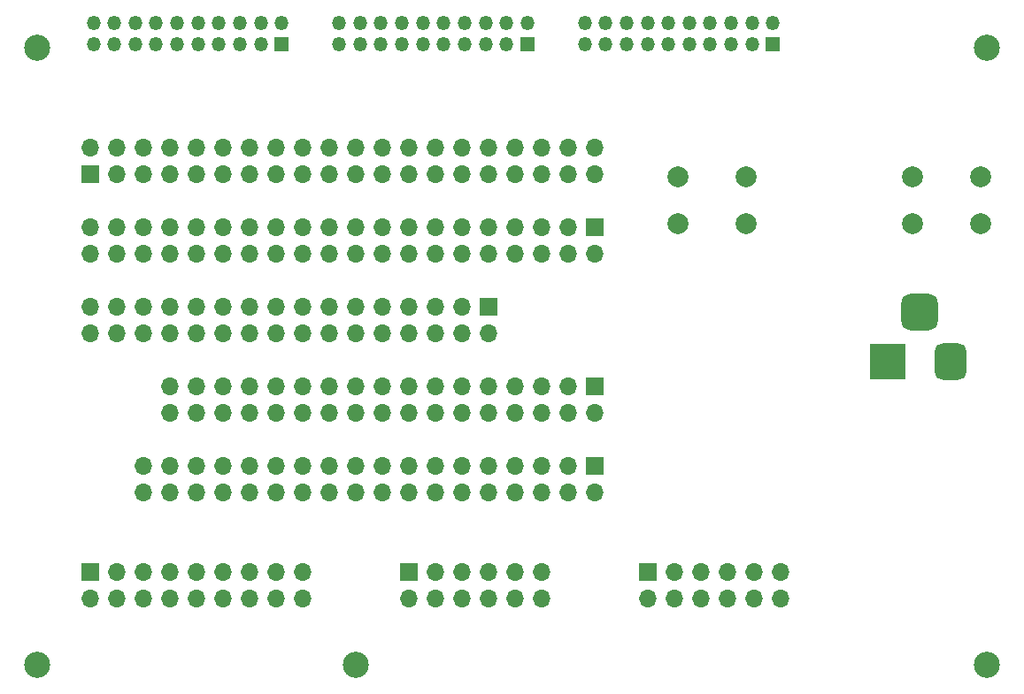
<source format=gbs>
G04 #@! TF.GenerationSoftware,KiCad,Pcbnew,6.0.9-8da3e8f707~116~ubuntu20.04.1*
G04 #@! TF.CreationDate,2022-12-16T15:25:19+01:00*
G04 #@! TF.ProjectId,ebaz_adaptor,6562617a-5f61-4646-9170-746f722e6b69,rev?*
G04 #@! TF.SameCoordinates,Original*
G04 #@! TF.FileFunction,Soldermask,Bot*
G04 #@! TF.FilePolarity,Negative*
%FSLAX46Y46*%
G04 Gerber Fmt 4.6, Leading zero omitted, Abs format (unit mm)*
G04 Created by KiCad (PCBNEW 6.0.9-8da3e8f707~116~ubuntu20.04.1) date 2022-12-16 15:25:19*
%MOMM*%
%LPD*%
G01*
G04 APERTURE LIST*
G04 Aperture macros list*
%AMRoundRect*
0 Rectangle with rounded corners*
0 $1 Rounding radius*
0 $2 $3 $4 $5 $6 $7 $8 $9 X,Y pos of 4 corners*
0 Add a 4 corners polygon primitive as box body*
4,1,4,$2,$3,$4,$5,$6,$7,$8,$9,$2,$3,0*
0 Add four circle primitives for the rounded corners*
1,1,$1+$1,$2,$3*
1,1,$1+$1,$4,$5*
1,1,$1+$1,$6,$7*
1,1,$1+$1,$8,$9*
0 Add four rect primitives between the rounded corners*
20,1,$1+$1,$2,$3,$4,$5,0*
20,1,$1+$1,$4,$5,$6,$7,0*
20,1,$1+$1,$6,$7,$8,$9,0*
20,1,$1+$1,$8,$9,$2,$3,0*%
G04 Aperture macros list end*
%ADD10R,1.700000X1.700000*%
%ADD11O,1.700000X1.700000*%
%ADD12R,3.500000X3.500000*%
%ADD13RoundRect,0.750000X0.750000X1.000000X-0.750000X1.000000X-0.750000X-1.000000X0.750000X-1.000000X0*%
%ADD14RoundRect,0.875000X0.875000X0.875000X-0.875000X0.875000X-0.875000X-0.875000X0.875000X-0.875000X0*%
%ADD15R,1.350000X1.350000*%
%ADD16O,1.350000X1.350000*%
%ADD17C,2.000000*%
%ADD18C,2.500000*%
G04 APERTURE END LIST*
D10*
X93980000Y-63500000D03*
D11*
X93980000Y-66040000D03*
X91440000Y-63500000D03*
X91440000Y-66040000D03*
X88900000Y-63500000D03*
X88900000Y-66040000D03*
X86360000Y-63500000D03*
X86360000Y-66040000D03*
X83820000Y-63500000D03*
X83820000Y-66040000D03*
X81280000Y-63500000D03*
X81280000Y-66040000D03*
X78740000Y-63500000D03*
X78740000Y-66040000D03*
X76200000Y-63500000D03*
X76200000Y-66040000D03*
X73660000Y-63500000D03*
X73660000Y-66040000D03*
X71120000Y-63500000D03*
X71120000Y-66040000D03*
X68580000Y-63500000D03*
X68580000Y-66040000D03*
X66040000Y-63500000D03*
X66040000Y-66040000D03*
X63500000Y-63500000D03*
X63500000Y-66040000D03*
X60960000Y-63500000D03*
X60960000Y-66040000D03*
X58420000Y-63500000D03*
X58420000Y-66040000D03*
X55880000Y-63500000D03*
X55880000Y-66040000D03*
X53340000Y-63500000D03*
X53340000Y-66040000D03*
X50800000Y-63500000D03*
X50800000Y-66040000D03*
X48260000Y-63500000D03*
X48260000Y-66040000D03*
X45720000Y-63500000D03*
X45720000Y-66040000D03*
D12*
X122016000Y-76395500D03*
D13*
X128016000Y-76395500D03*
D14*
X125016000Y-71695500D03*
D15*
X64000000Y-46000000D03*
D16*
X64000000Y-44000000D03*
X62000000Y-46000000D03*
X62000000Y-44000000D03*
X60000000Y-46000000D03*
X60000000Y-44000000D03*
X58000000Y-46000000D03*
X58000000Y-44000000D03*
X56000000Y-46000000D03*
X56000000Y-44000000D03*
X54000000Y-46000000D03*
X54000000Y-44000000D03*
X52000000Y-46000000D03*
X52000000Y-44000000D03*
X50000000Y-46000000D03*
X50000000Y-44000000D03*
X48000000Y-46000000D03*
X48000000Y-44000000D03*
X46000000Y-46000000D03*
X46000000Y-44000000D03*
D17*
X124333000Y-63210000D03*
X130833000Y-63210000D03*
X130833000Y-58710000D03*
X124333000Y-58710000D03*
D10*
X99060000Y-96520000D03*
D11*
X99060000Y-99060000D03*
X101600000Y-96520000D03*
X101600000Y-99060000D03*
X104140000Y-96520000D03*
X104140000Y-99060000D03*
X106680000Y-96520000D03*
X106680000Y-99060000D03*
X109220000Y-96520000D03*
X109220000Y-99060000D03*
X111760000Y-96520000D03*
X111760000Y-99060000D03*
D10*
X83820000Y-71120000D03*
D11*
X83820000Y-73660000D03*
X81280000Y-71120000D03*
X81280000Y-73660000D03*
X78740000Y-71120000D03*
X78740000Y-73660000D03*
X76200000Y-71120000D03*
X76200000Y-73660000D03*
X73660000Y-71120000D03*
X73660000Y-73660000D03*
X71120000Y-71120000D03*
X71120000Y-73660000D03*
X68580000Y-71120000D03*
X68580000Y-73660000D03*
X66040000Y-71120000D03*
X66040000Y-73660000D03*
X63500000Y-71120000D03*
X63500000Y-73660000D03*
X60960000Y-71120000D03*
X60960000Y-73660000D03*
X58420000Y-71120000D03*
X58420000Y-73660000D03*
X55880000Y-71120000D03*
X55880000Y-73660000D03*
X53340000Y-71120000D03*
X53340000Y-73660000D03*
X50800000Y-71120000D03*
X50800000Y-73660000D03*
X48260000Y-71120000D03*
X48260000Y-73660000D03*
X45720000Y-71120000D03*
X45720000Y-73660000D03*
D10*
X45720000Y-58420000D03*
D11*
X45720000Y-55880000D03*
X48260000Y-58420000D03*
X48260000Y-55880000D03*
X50800000Y-58420000D03*
X50800000Y-55880000D03*
X53340000Y-58420000D03*
X53340000Y-55880000D03*
X55880000Y-58420000D03*
X55880000Y-55880000D03*
X58420000Y-58420000D03*
X58420000Y-55880000D03*
X60960000Y-58420000D03*
X60960000Y-55880000D03*
X63500000Y-58420000D03*
X63500000Y-55880000D03*
X66040000Y-58420000D03*
X66040000Y-55880000D03*
X68580000Y-58420000D03*
X68580000Y-55880000D03*
X71120000Y-58420000D03*
X71120000Y-55880000D03*
X73660000Y-58420000D03*
X73660000Y-55880000D03*
X76200000Y-58420000D03*
X76200000Y-55880000D03*
X78740000Y-58420000D03*
X78740000Y-55880000D03*
X81280000Y-58420000D03*
X81280000Y-55880000D03*
X83820000Y-58420000D03*
X83820000Y-55880000D03*
X86360000Y-58420000D03*
X86360000Y-55880000D03*
X88900000Y-58420000D03*
X88900000Y-55880000D03*
X91440000Y-58420000D03*
X91440000Y-55880000D03*
X93980000Y-58420000D03*
X93980000Y-55880000D03*
D17*
X108406000Y-63210000D03*
X101906000Y-63210000D03*
X108406000Y-58710000D03*
X101906000Y-58710000D03*
D10*
X93980000Y-78740000D03*
D11*
X93980000Y-81280000D03*
X91440000Y-78740000D03*
X91440000Y-81280000D03*
X88900000Y-78740000D03*
X88900000Y-81280000D03*
X86360000Y-78740000D03*
X86360000Y-81280000D03*
X83820000Y-78740000D03*
X83820000Y-81280000D03*
X81280000Y-78740000D03*
X81280000Y-81280000D03*
X78740000Y-78740000D03*
X78740000Y-81280000D03*
X76200000Y-78740000D03*
X76200000Y-81280000D03*
X73660000Y-78740000D03*
X73660000Y-81280000D03*
X71120000Y-78740000D03*
X71120000Y-81280000D03*
X68580000Y-78740000D03*
X68580000Y-81280000D03*
X66040000Y-78740000D03*
X66040000Y-81280000D03*
X63500000Y-78740000D03*
X63500000Y-81280000D03*
X60960000Y-78740000D03*
X60960000Y-81280000D03*
X58420000Y-78740000D03*
X58420000Y-81280000D03*
X55880000Y-78740000D03*
X55880000Y-81280000D03*
X53340000Y-78740000D03*
X53340000Y-81280000D03*
D10*
X45720000Y-96520000D03*
D11*
X45720000Y-99060000D03*
X48260000Y-96520000D03*
X48260000Y-99060000D03*
X50800000Y-96520000D03*
X50800000Y-99060000D03*
X53340000Y-96520000D03*
X53340000Y-99060000D03*
X55880000Y-96520000D03*
X55880000Y-99060000D03*
X58420000Y-96520000D03*
X58420000Y-99060000D03*
X60960000Y-96520000D03*
X60960000Y-99060000D03*
X63500000Y-96520000D03*
X63500000Y-99060000D03*
X66040000Y-96520000D03*
X66040000Y-99060000D03*
D10*
X76200000Y-96520000D03*
D11*
X76200000Y-99060000D03*
X78740000Y-96520000D03*
X78740000Y-99060000D03*
X81280000Y-96520000D03*
X81280000Y-99060000D03*
X83820000Y-96520000D03*
X83820000Y-99060000D03*
X86360000Y-96520000D03*
X86360000Y-99060000D03*
X88900000Y-96520000D03*
X88900000Y-99060000D03*
D18*
X131445000Y-105410000D03*
X40640000Y-105410000D03*
X131445000Y-46355000D03*
D15*
X111000000Y-46000000D03*
D16*
X111000000Y-44000000D03*
X109000000Y-46000000D03*
X109000000Y-44000000D03*
X107000000Y-46000000D03*
X107000000Y-44000000D03*
X105000000Y-46000000D03*
X105000000Y-44000000D03*
X103000000Y-46000000D03*
X103000000Y-44000000D03*
X101000000Y-46000000D03*
X101000000Y-44000000D03*
X99000000Y-46000000D03*
X99000000Y-44000000D03*
X97000000Y-46000000D03*
X97000000Y-44000000D03*
X95000000Y-46000000D03*
X95000000Y-44000000D03*
X93000000Y-46000000D03*
X93000000Y-44000000D03*
D15*
X87500000Y-46000000D03*
D16*
X87500000Y-44000000D03*
X85500000Y-46000000D03*
X85500000Y-44000000D03*
X83500000Y-46000000D03*
X83500000Y-44000000D03*
X81500000Y-46000000D03*
X81500000Y-44000000D03*
X79500000Y-46000000D03*
X79500000Y-44000000D03*
X77500000Y-46000000D03*
X77500000Y-44000000D03*
X75500000Y-46000000D03*
X75500000Y-44000000D03*
X73500000Y-46000000D03*
X73500000Y-44000000D03*
X71500000Y-46000000D03*
X71500000Y-44000000D03*
X69500000Y-46000000D03*
X69500000Y-44000000D03*
D18*
X40640000Y-46355000D03*
D10*
X93980000Y-86360000D03*
D11*
X93980000Y-88900000D03*
X91440000Y-86360000D03*
X91440000Y-88900000D03*
X88900000Y-86360000D03*
X88900000Y-88900000D03*
X86360000Y-86360000D03*
X86360000Y-88900000D03*
X83820000Y-86360000D03*
X83820000Y-88900000D03*
X81280000Y-86360000D03*
X81280000Y-88900000D03*
X78740000Y-86360000D03*
X78740000Y-88900000D03*
X76200000Y-86360000D03*
X76200000Y-88900000D03*
X73660000Y-86360000D03*
X73660000Y-88900000D03*
X71120000Y-86360000D03*
X71120000Y-88900000D03*
X68580000Y-86360000D03*
X68580000Y-88900000D03*
X66040000Y-86360000D03*
X66040000Y-88900000D03*
X63500000Y-86360000D03*
X63500000Y-88900000D03*
X60960000Y-86360000D03*
X60960000Y-88900000D03*
X58420000Y-86360000D03*
X58420000Y-88900000D03*
X55880000Y-86360000D03*
X55880000Y-88900000D03*
X53340000Y-86360000D03*
X53340000Y-88900000D03*
X50800000Y-86360000D03*
X50800000Y-88900000D03*
D18*
X71120000Y-105410000D03*
M02*

</source>
